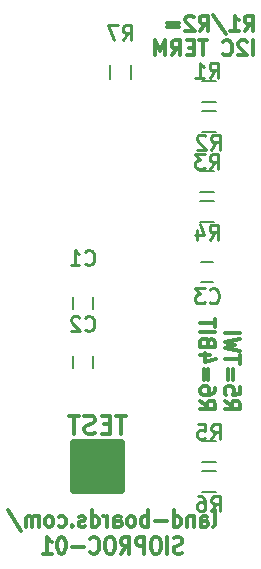
<source format=gbo>
G04 #@! TF.FileFunction,Legend,Bot*
%FSLAX46Y46*%
G04 Gerber Fmt 4.6, Leading zero omitted, Abs format (unit mm)*
G04 Created by KiCad (PCBNEW (after 2015-mar-04 BZR unknown)-product) date 11/11/2016 2:03:54 PM*
%MOMM*%
G01*
G04 APERTURE LIST*
%ADD10C,0.150000*%
%ADD11C,0.304800*%
%ADD12C,0.650000*%
%ADD13C,0.254000*%
G04 APERTURE END LIST*
D10*
D11*
X185788905Y-82718124D02*
X186212238Y-82113362D01*
X186514619Y-82718124D02*
X186514619Y-81448124D01*
X186030810Y-81448124D01*
X185909857Y-81508600D01*
X185849381Y-81569076D01*
X185788905Y-81690029D01*
X185788905Y-81871457D01*
X185849381Y-81992410D01*
X185909857Y-82052886D01*
X186030810Y-82113362D01*
X186514619Y-82113362D01*
X184579381Y-82718124D02*
X185305095Y-82718124D01*
X184942238Y-82718124D02*
X184942238Y-81448124D01*
X185063190Y-81629552D01*
X185184143Y-81750505D01*
X185305095Y-81810981D01*
X183127952Y-81387648D02*
X184216524Y-83020505D01*
X181978905Y-82718124D02*
X182402238Y-82113362D01*
X182704619Y-82718124D02*
X182704619Y-81448124D01*
X182220810Y-81448124D01*
X182099857Y-81508600D01*
X182039381Y-81569076D01*
X181978905Y-81690029D01*
X181978905Y-81871457D01*
X182039381Y-81992410D01*
X182099857Y-82052886D01*
X182220810Y-82113362D01*
X182704619Y-82113362D01*
X181495095Y-81569076D02*
X181434619Y-81508600D01*
X181313667Y-81448124D01*
X181011286Y-81448124D01*
X180890333Y-81508600D01*
X180829857Y-81569076D01*
X180769381Y-81690029D01*
X180769381Y-81810981D01*
X180829857Y-81992410D01*
X181555571Y-82718124D01*
X180769381Y-82718124D01*
X180225095Y-82052886D02*
X179257476Y-82052886D01*
X179257476Y-82415743D02*
X180225095Y-82415743D01*
X186514619Y-84800924D02*
X186514619Y-83530924D01*
X185970333Y-83651876D02*
X185909857Y-83591400D01*
X185788905Y-83530924D01*
X185486524Y-83530924D01*
X185365571Y-83591400D01*
X185305095Y-83651876D01*
X185244619Y-83772829D01*
X185244619Y-83893781D01*
X185305095Y-84075210D01*
X186030809Y-84800924D01*
X185244619Y-84800924D01*
X183974619Y-84679971D02*
X184035095Y-84740448D01*
X184216524Y-84800924D01*
X184337476Y-84800924D01*
X184518904Y-84740448D01*
X184639857Y-84619495D01*
X184700333Y-84498543D01*
X184760809Y-84256638D01*
X184760809Y-84075210D01*
X184700333Y-83833305D01*
X184639857Y-83712352D01*
X184518904Y-83591400D01*
X184337476Y-83530924D01*
X184216524Y-83530924D01*
X184035095Y-83591400D01*
X183974619Y-83651876D01*
X182644143Y-83530924D02*
X181918428Y-83530924D01*
X182281285Y-84800924D02*
X182281285Y-83530924D01*
X181495095Y-84135686D02*
X181071762Y-84135686D01*
X180890333Y-84800924D02*
X181495095Y-84800924D01*
X181495095Y-83530924D01*
X180890333Y-83530924D01*
X179620333Y-84800924D02*
X180043666Y-84196162D01*
X180346047Y-84800924D02*
X180346047Y-83530924D01*
X179862238Y-83530924D01*
X179741285Y-83591400D01*
X179680809Y-83651876D01*
X179620333Y-83772829D01*
X179620333Y-83954257D01*
X179680809Y-84075210D01*
X179741285Y-84135686D01*
X179862238Y-84196162D01*
X180346047Y-84196162D01*
X179076047Y-84800924D02*
X179076047Y-83530924D01*
X178652714Y-84438067D01*
X178229380Y-83530924D01*
X178229380Y-84800924D01*
X184108876Y-114033905D02*
X184713638Y-114457238D01*
X184108876Y-114759619D02*
X185378876Y-114759619D01*
X185378876Y-114275810D01*
X185318400Y-114154857D01*
X185257924Y-114094381D01*
X185136971Y-114033905D01*
X184955543Y-114033905D01*
X184834590Y-114094381D01*
X184774114Y-114154857D01*
X184713638Y-114275810D01*
X184713638Y-114759619D01*
X185378876Y-112884857D02*
X185378876Y-113489619D01*
X184774114Y-113550095D01*
X184834590Y-113489619D01*
X184895067Y-113368667D01*
X184895067Y-113066286D01*
X184834590Y-112945333D01*
X184774114Y-112884857D01*
X184653162Y-112824381D01*
X184350781Y-112824381D01*
X184229829Y-112884857D01*
X184169352Y-112945333D01*
X184108876Y-113066286D01*
X184108876Y-113368667D01*
X184169352Y-113489619D01*
X184229829Y-113550095D01*
X184774114Y-112280095D02*
X184774114Y-111312476D01*
X184411257Y-111312476D02*
X184411257Y-112280095D01*
X185378876Y-110889143D02*
X185378876Y-110163428D01*
X184108876Y-110526285D02*
X185378876Y-110526285D01*
X185378876Y-109861047D02*
X184108876Y-109558666D01*
X185016019Y-109316762D01*
X184108876Y-109074857D01*
X185378876Y-108772476D01*
X184108876Y-108288666D02*
X185378876Y-108288666D01*
X182026076Y-114033905D02*
X182630838Y-114457238D01*
X182026076Y-114759619D02*
X183296076Y-114759619D01*
X183296076Y-114275810D01*
X183235600Y-114154857D01*
X183175124Y-114094381D01*
X183054171Y-114033905D01*
X182872743Y-114033905D01*
X182751790Y-114094381D01*
X182691314Y-114154857D01*
X182630838Y-114275810D01*
X182630838Y-114759619D01*
X183296076Y-112945333D02*
X183296076Y-113187238D01*
X183235600Y-113308190D01*
X183175124Y-113368667D01*
X182993695Y-113489619D01*
X182751790Y-113550095D01*
X182267981Y-113550095D01*
X182147029Y-113489619D01*
X182086552Y-113429143D01*
X182026076Y-113308190D01*
X182026076Y-113066286D01*
X182086552Y-112945333D01*
X182147029Y-112884857D01*
X182267981Y-112824381D01*
X182570362Y-112824381D01*
X182691314Y-112884857D01*
X182751790Y-112945333D01*
X182812267Y-113066286D01*
X182812267Y-113308190D01*
X182751790Y-113429143D01*
X182691314Y-113489619D01*
X182570362Y-113550095D01*
X182691314Y-112280095D02*
X182691314Y-111312476D01*
X182328457Y-111312476D02*
X182328457Y-112280095D01*
X182872743Y-110163428D02*
X182026076Y-110163428D01*
X183356552Y-110465809D02*
X182449410Y-110768190D01*
X182449410Y-109982000D01*
X182691314Y-109074857D02*
X182630838Y-108893428D01*
X182570362Y-108832952D01*
X182449410Y-108772476D01*
X182267981Y-108772476D01*
X182147029Y-108832952D01*
X182086552Y-108893428D01*
X182026076Y-109014381D01*
X182026076Y-109498190D01*
X183296076Y-109498190D01*
X183296076Y-109074857D01*
X183235600Y-108953904D01*
X183175124Y-108893428D01*
X183054171Y-108832952D01*
X182933219Y-108832952D01*
X182812267Y-108893428D01*
X182751790Y-108953904D01*
X182691314Y-109074857D01*
X182691314Y-109498190D01*
X182026076Y-108228190D02*
X183296076Y-108228190D01*
X183296076Y-107804857D02*
X183296076Y-107079142D01*
X182026076Y-107441999D02*
X183296076Y-107441999D01*
X183121905Y-124723676D02*
X183242858Y-124657152D01*
X183303334Y-124524105D01*
X183303334Y-123326676D01*
X182093810Y-124723676D02*
X182093810Y-123991914D01*
X182154287Y-123858867D01*
X182275239Y-123792343D01*
X182517144Y-123792343D01*
X182638096Y-123858867D01*
X182093810Y-124657152D02*
X182214763Y-124723676D01*
X182517144Y-124723676D01*
X182638096Y-124657152D01*
X182698572Y-124524105D01*
X182698572Y-124391057D01*
X182638096Y-124258010D01*
X182517144Y-124191486D01*
X182214763Y-124191486D01*
X182093810Y-124124962D01*
X181489048Y-123792343D02*
X181489048Y-124723676D01*
X181489048Y-123925390D02*
X181428572Y-123858867D01*
X181307619Y-123792343D01*
X181126191Y-123792343D01*
X181005239Y-123858867D01*
X180944762Y-123991914D01*
X180944762Y-124723676D01*
X179795714Y-124723676D02*
X179795714Y-123326676D01*
X179795714Y-124657152D02*
X179916667Y-124723676D01*
X180158571Y-124723676D01*
X180279524Y-124657152D01*
X180340000Y-124590629D01*
X180400476Y-124457581D01*
X180400476Y-124058438D01*
X180340000Y-123925390D01*
X180279524Y-123858867D01*
X180158571Y-123792343D01*
X179916667Y-123792343D01*
X179795714Y-123858867D01*
X179190952Y-124191486D02*
X178223333Y-124191486D01*
X177618571Y-124723676D02*
X177618571Y-123326676D01*
X177618571Y-123858867D02*
X177497619Y-123792343D01*
X177255714Y-123792343D01*
X177134762Y-123858867D01*
X177074285Y-123925390D01*
X177013809Y-124058438D01*
X177013809Y-124457581D01*
X177074285Y-124590629D01*
X177134762Y-124657152D01*
X177255714Y-124723676D01*
X177497619Y-124723676D01*
X177618571Y-124657152D01*
X176288094Y-124723676D02*
X176409047Y-124657152D01*
X176469523Y-124590629D01*
X176529999Y-124457581D01*
X176529999Y-124058438D01*
X176469523Y-123925390D01*
X176409047Y-123858867D01*
X176288094Y-123792343D01*
X176106666Y-123792343D01*
X175985714Y-123858867D01*
X175925237Y-123925390D01*
X175864761Y-124058438D01*
X175864761Y-124457581D01*
X175925237Y-124590629D01*
X175985714Y-124657152D01*
X176106666Y-124723676D01*
X176288094Y-124723676D01*
X174776189Y-124723676D02*
X174776189Y-123991914D01*
X174836666Y-123858867D01*
X174957618Y-123792343D01*
X175199523Y-123792343D01*
X175320475Y-123858867D01*
X174776189Y-124657152D02*
X174897142Y-124723676D01*
X175199523Y-124723676D01*
X175320475Y-124657152D01*
X175380951Y-124524105D01*
X175380951Y-124391057D01*
X175320475Y-124258010D01*
X175199523Y-124191486D01*
X174897142Y-124191486D01*
X174776189Y-124124962D01*
X174171427Y-124723676D02*
X174171427Y-123792343D01*
X174171427Y-124058438D02*
X174110951Y-123925390D01*
X174050475Y-123858867D01*
X173929522Y-123792343D01*
X173808570Y-123792343D01*
X172840951Y-124723676D02*
X172840951Y-123326676D01*
X172840951Y-124657152D02*
X172961904Y-124723676D01*
X173203808Y-124723676D01*
X173324761Y-124657152D01*
X173385237Y-124590629D01*
X173445713Y-124457581D01*
X173445713Y-124058438D01*
X173385237Y-123925390D01*
X173324761Y-123858867D01*
X173203808Y-123792343D01*
X172961904Y-123792343D01*
X172840951Y-123858867D01*
X172296665Y-124657152D02*
X172175713Y-124723676D01*
X171933808Y-124723676D01*
X171812856Y-124657152D01*
X171752380Y-124524105D01*
X171752380Y-124457581D01*
X171812856Y-124324533D01*
X171933808Y-124258010D01*
X172115237Y-124258010D01*
X172236189Y-124191486D01*
X172296665Y-124058438D01*
X172296665Y-123991914D01*
X172236189Y-123858867D01*
X172115237Y-123792343D01*
X171933808Y-123792343D01*
X171812856Y-123858867D01*
X171208094Y-124590629D02*
X171147618Y-124657152D01*
X171208094Y-124723676D01*
X171268570Y-124657152D01*
X171208094Y-124590629D01*
X171208094Y-124723676D01*
X170059046Y-124657152D02*
X170179999Y-124723676D01*
X170421903Y-124723676D01*
X170542856Y-124657152D01*
X170603332Y-124590629D01*
X170663808Y-124457581D01*
X170663808Y-124058438D01*
X170603332Y-123925390D01*
X170542856Y-123858867D01*
X170421903Y-123792343D01*
X170179999Y-123792343D01*
X170059046Y-123858867D01*
X169333332Y-124723676D02*
X169454285Y-124657152D01*
X169514761Y-124590629D01*
X169575237Y-124457581D01*
X169575237Y-124058438D01*
X169514761Y-123925390D01*
X169454285Y-123858867D01*
X169333332Y-123792343D01*
X169151904Y-123792343D01*
X169030952Y-123858867D01*
X168970475Y-123925390D01*
X168909999Y-124058438D01*
X168909999Y-124457581D01*
X168970475Y-124590629D01*
X169030952Y-124657152D01*
X169151904Y-124723676D01*
X169333332Y-124723676D01*
X168365713Y-124723676D02*
X168365713Y-123792343D01*
X168365713Y-123925390D02*
X168305237Y-123858867D01*
X168184284Y-123792343D01*
X168002856Y-123792343D01*
X167881904Y-123858867D01*
X167821427Y-123991914D01*
X167821427Y-124723676D01*
X167821427Y-123991914D02*
X167760951Y-123858867D01*
X167639999Y-123792343D01*
X167458570Y-123792343D01*
X167337618Y-123858867D01*
X167277142Y-123991914D01*
X167277142Y-124723676D01*
X165765237Y-123260152D02*
X166853809Y-125056295D01*
X180521428Y-126917752D02*
X180340000Y-126984276D01*
X180037619Y-126984276D01*
X179916666Y-126917752D01*
X179856190Y-126851229D01*
X179795714Y-126718181D01*
X179795714Y-126585133D01*
X179856190Y-126452086D01*
X179916666Y-126385562D01*
X180037619Y-126319038D01*
X180279523Y-126252514D01*
X180400476Y-126185990D01*
X180460952Y-126119467D01*
X180521428Y-125986419D01*
X180521428Y-125853371D01*
X180460952Y-125720324D01*
X180400476Y-125653800D01*
X180279523Y-125587276D01*
X179977143Y-125587276D01*
X179795714Y-125653800D01*
X179251428Y-126984276D02*
X179251428Y-125587276D01*
X178404761Y-125587276D02*
X178162857Y-125587276D01*
X178041904Y-125653800D01*
X177920952Y-125786848D01*
X177860476Y-126052943D01*
X177860476Y-126518610D01*
X177920952Y-126784705D01*
X178041904Y-126917752D01*
X178162857Y-126984276D01*
X178404761Y-126984276D01*
X178525714Y-126917752D01*
X178646666Y-126784705D01*
X178707142Y-126518610D01*
X178707142Y-126052943D01*
X178646666Y-125786848D01*
X178525714Y-125653800D01*
X178404761Y-125587276D01*
X177316190Y-126984276D02*
X177316190Y-125587276D01*
X176832381Y-125587276D01*
X176711428Y-125653800D01*
X176650952Y-125720324D01*
X176590476Y-125853371D01*
X176590476Y-126052943D01*
X176650952Y-126185990D01*
X176711428Y-126252514D01*
X176832381Y-126319038D01*
X177316190Y-126319038D01*
X175320476Y-126984276D02*
X175743809Y-126319038D01*
X176046190Y-126984276D02*
X176046190Y-125587276D01*
X175562381Y-125587276D01*
X175441428Y-125653800D01*
X175380952Y-125720324D01*
X175320476Y-125853371D01*
X175320476Y-126052943D01*
X175380952Y-126185990D01*
X175441428Y-126252514D01*
X175562381Y-126319038D01*
X176046190Y-126319038D01*
X174534285Y-125587276D02*
X174292381Y-125587276D01*
X174171428Y-125653800D01*
X174050476Y-125786848D01*
X173990000Y-126052943D01*
X173990000Y-126518610D01*
X174050476Y-126784705D01*
X174171428Y-126917752D01*
X174292381Y-126984276D01*
X174534285Y-126984276D01*
X174655238Y-126917752D01*
X174776190Y-126784705D01*
X174836666Y-126518610D01*
X174836666Y-126052943D01*
X174776190Y-125786848D01*
X174655238Y-125653800D01*
X174534285Y-125587276D01*
X172720000Y-126851229D02*
X172780476Y-126917752D01*
X172961905Y-126984276D01*
X173082857Y-126984276D01*
X173264285Y-126917752D01*
X173385238Y-126784705D01*
X173445714Y-126651657D01*
X173506190Y-126385562D01*
X173506190Y-126185990D01*
X173445714Y-125919895D01*
X173385238Y-125786848D01*
X173264285Y-125653800D01*
X173082857Y-125587276D01*
X172961905Y-125587276D01*
X172780476Y-125653800D01*
X172720000Y-125720324D01*
X172175714Y-126452086D02*
X171208095Y-126452086D01*
X170361428Y-125587276D02*
X170240476Y-125587276D01*
X170119524Y-125653800D01*
X170059047Y-125720324D01*
X169998571Y-125853371D01*
X169938095Y-126119467D01*
X169938095Y-126452086D01*
X169998571Y-126718181D01*
X170059047Y-126851229D01*
X170119524Y-126917752D01*
X170240476Y-126984276D01*
X170361428Y-126984276D01*
X170482381Y-126917752D01*
X170542857Y-126851229D01*
X170603333Y-126718181D01*
X170663809Y-126452086D01*
X170663809Y-126119467D01*
X170603333Y-125853371D01*
X170542857Y-125720324D01*
X170482381Y-125653800D01*
X170361428Y-125587276D01*
X168728571Y-126984276D02*
X169454285Y-126984276D01*
X169091428Y-126984276D02*
X169091428Y-125587276D01*
X169212380Y-125786848D01*
X169333333Y-125919895D01*
X169454285Y-125986419D01*
D10*
X172935000Y-105291000D02*
X172935000Y-106291000D01*
X171235000Y-106291000D02*
X171235000Y-105291000D01*
X172935000Y-110244000D02*
X172935000Y-111244000D01*
X171235000Y-111244000D02*
X171235000Y-110244000D01*
X182026000Y-98919000D02*
X183226000Y-98919000D01*
X183226000Y-97169000D02*
X182026000Y-97169000D01*
X182026000Y-96379000D02*
X183226000Y-96379000D01*
X183226000Y-94629000D02*
X182026000Y-94629000D01*
X183353000Y-117489000D02*
X182153000Y-117489000D01*
X182153000Y-119239000D02*
X183353000Y-119239000D01*
X183353000Y-120029000D02*
X182153000Y-120029000D01*
X182153000Y-121779000D02*
X183353000Y-121779000D01*
X182153000Y-91299000D02*
X183353000Y-91299000D01*
X183353000Y-89549000D02*
X182153000Y-89549000D01*
X183353000Y-87009000D02*
X182153000Y-87009000D01*
X182153000Y-88759000D02*
X183353000Y-88759000D01*
X183126000Y-103974000D02*
X182126000Y-103974000D01*
X182126000Y-102274000D02*
X183126000Y-102274000D01*
X174385000Y-85633000D02*
X174385000Y-86833000D01*
X176135000Y-86833000D02*
X176135000Y-85633000D01*
D12*
X171355000Y-117634000D02*
X175355000Y-117634000D01*
X175355000Y-117634000D02*
X175355000Y-121634000D01*
X175355000Y-121634000D02*
X171355000Y-121634000D01*
X171355000Y-121634000D02*
X171355000Y-117634000D01*
X171355000Y-117634000D02*
X171355000Y-118134000D01*
X171355000Y-118134000D02*
X175355000Y-118134000D01*
X175355000Y-118134000D02*
X175355000Y-118634000D01*
X175355000Y-118634000D02*
X171355000Y-118634000D01*
X171355000Y-118634000D02*
X171355000Y-119134000D01*
X171355000Y-119134000D02*
X175355000Y-119134000D01*
X175355000Y-119134000D02*
X175355000Y-119634000D01*
X175355000Y-119634000D02*
X171355000Y-119634000D01*
X171355000Y-119634000D02*
X171355000Y-120134000D01*
X171355000Y-120134000D02*
X174855000Y-120134000D01*
X174855000Y-120134000D02*
X175355000Y-120134000D01*
X175355000Y-120134000D02*
X175355000Y-120634000D01*
X175355000Y-120634000D02*
X171355000Y-120634000D01*
X171355000Y-120634000D02*
X171355000Y-121134000D01*
X171355000Y-121134000D02*
X175355000Y-121134000D01*
D13*
X172296667Y-102434571D02*
X172357143Y-102495048D01*
X172538572Y-102555524D01*
X172659524Y-102555524D01*
X172840952Y-102495048D01*
X172961905Y-102374095D01*
X173022381Y-102253143D01*
X173082857Y-102011238D01*
X173082857Y-101829810D01*
X173022381Y-101587905D01*
X172961905Y-101466952D01*
X172840952Y-101346000D01*
X172659524Y-101285524D01*
X172538572Y-101285524D01*
X172357143Y-101346000D01*
X172296667Y-101406476D01*
X171087143Y-102555524D02*
X171812857Y-102555524D01*
X171450000Y-102555524D02*
X171450000Y-101285524D01*
X171570952Y-101466952D01*
X171691905Y-101587905D01*
X171812857Y-101648381D01*
X172296667Y-108022571D02*
X172357143Y-108083048D01*
X172538572Y-108143524D01*
X172659524Y-108143524D01*
X172840952Y-108083048D01*
X172961905Y-107962095D01*
X173022381Y-107841143D01*
X173082857Y-107599238D01*
X173082857Y-107417810D01*
X173022381Y-107175905D01*
X172961905Y-107054952D01*
X172840952Y-106934000D01*
X172659524Y-106873524D01*
X172538572Y-106873524D01*
X172357143Y-106934000D01*
X172296667Y-106994476D01*
X171812857Y-106994476D02*
X171752381Y-106934000D01*
X171631429Y-106873524D01*
X171329048Y-106873524D01*
X171208095Y-106934000D01*
X171147619Y-106994476D01*
X171087143Y-107115429D01*
X171087143Y-107236381D01*
X171147619Y-107417810D01*
X171873333Y-108143524D01*
X171087143Y-108143524D01*
X182837667Y-100396524D02*
X183261000Y-99791762D01*
X183563381Y-100396524D02*
X183563381Y-99126524D01*
X183079572Y-99126524D01*
X182958619Y-99187000D01*
X182898143Y-99247476D01*
X182837667Y-99368429D01*
X182837667Y-99549857D01*
X182898143Y-99670810D01*
X182958619Y-99731286D01*
X183079572Y-99791762D01*
X183563381Y-99791762D01*
X181749095Y-99549857D02*
X181749095Y-100396524D01*
X182051476Y-99066048D02*
X182353857Y-99973190D01*
X181567667Y-99973190D01*
X182837667Y-94427524D02*
X183261000Y-93822762D01*
X183563381Y-94427524D02*
X183563381Y-93157524D01*
X183079572Y-93157524D01*
X182958619Y-93218000D01*
X182898143Y-93278476D01*
X182837667Y-93399429D01*
X182837667Y-93580857D01*
X182898143Y-93701810D01*
X182958619Y-93762286D01*
X183079572Y-93822762D01*
X183563381Y-93822762D01*
X182414333Y-93157524D02*
X181628143Y-93157524D01*
X182051476Y-93641333D01*
X181870048Y-93641333D01*
X181749095Y-93701810D01*
X181688619Y-93762286D01*
X181628143Y-93883238D01*
X181628143Y-94185619D01*
X181688619Y-94306571D01*
X181749095Y-94367048D01*
X181870048Y-94427524D01*
X182232905Y-94427524D01*
X182353857Y-94367048D01*
X182414333Y-94306571D01*
X182964667Y-117287524D02*
X183388000Y-116682762D01*
X183690381Y-117287524D02*
X183690381Y-116017524D01*
X183206572Y-116017524D01*
X183085619Y-116078000D01*
X183025143Y-116138476D01*
X182964667Y-116259429D01*
X182964667Y-116440857D01*
X183025143Y-116561810D01*
X183085619Y-116622286D01*
X183206572Y-116682762D01*
X183690381Y-116682762D01*
X181815619Y-116017524D02*
X182420381Y-116017524D01*
X182480857Y-116622286D01*
X182420381Y-116561810D01*
X182299429Y-116501333D01*
X181997048Y-116501333D01*
X181876095Y-116561810D01*
X181815619Y-116622286D01*
X181755143Y-116743238D01*
X181755143Y-117045619D01*
X181815619Y-117166571D01*
X181876095Y-117227048D01*
X181997048Y-117287524D01*
X182299429Y-117287524D01*
X182420381Y-117227048D01*
X182480857Y-117166571D01*
X182964667Y-123383524D02*
X183388000Y-122778762D01*
X183690381Y-123383524D02*
X183690381Y-122113524D01*
X183206572Y-122113524D01*
X183085619Y-122174000D01*
X183025143Y-122234476D01*
X182964667Y-122355429D01*
X182964667Y-122536857D01*
X183025143Y-122657810D01*
X183085619Y-122718286D01*
X183206572Y-122778762D01*
X183690381Y-122778762D01*
X181876095Y-122113524D02*
X182118000Y-122113524D01*
X182238952Y-122174000D01*
X182299429Y-122234476D01*
X182420381Y-122415905D01*
X182480857Y-122657810D01*
X182480857Y-123141619D01*
X182420381Y-123262571D01*
X182359905Y-123323048D01*
X182238952Y-123383524D01*
X181997048Y-123383524D01*
X181876095Y-123323048D01*
X181815619Y-123262571D01*
X181755143Y-123141619D01*
X181755143Y-122839238D01*
X181815619Y-122718286D01*
X181876095Y-122657810D01*
X181997048Y-122597333D01*
X182238952Y-122597333D01*
X182359905Y-122657810D01*
X182420381Y-122718286D01*
X182480857Y-122839238D01*
X182964667Y-92776524D02*
X183388000Y-92171762D01*
X183690381Y-92776524D02*
X183690381Y-91506524D01*
X183206572Y-91506524D01*
X183085619Y-91567000D01*
X183025143Y-91627476D01*
X182964667Y-91748429D01*
X182964667Y-91929857D01*
X183025143Y-92050810D01*
X183085619Y-92111286D01*
X183206572Y-92171762D01*
X183690381Y-92171762D01*
X182480857Y-91627476D02*
X182420381Y-91567000D01*
X182299429Y-91506524D01*
X181997048Y-91506524D01*
X181876095Y-91567000D01*
X181815619Y-91627476D01*
X181755143Y-91748429D01*
X181755143Y-91869381D01*
X181815619Y-92050810D01*
X182541333Y-92776524D01*
X181755143Y-92776524D01*
X182837667Y-86680524D02*
X183261000Y-86075762D01*
X183563381Y-86680524D02*
X183563381Y-85410524D01*
X183079572Y-85410524D01*
X182958619Y-85471000D01*
X182898143Y-85531476D01*
X182837667Y-85652429D01*
X182837667Y-85833857D01*
X182898143Y-85954810D01*
X182958619Y-86015286D01*
X183079572Y-86075762D01*
X183563381Y-86075762D01*
X181628143Y-86680524D02*
X182353857Y-86680524D01*
X181991000Y-86680524D02*
X181991000Y-85410524D01*
X182111952Y-85591952D01*
X182232905Y-85712905D01*
X182353857Y-85773381D01*
X182837667Y-105677571D02*
X182898143Y-105738048D01*
X183079572Y-105798524D01*
X183200524Y-105798524D01*
X183381952Y-105738048D01*
X183502905Y-105617095D01*
X183563381Y-105496143D01*
X183623857Y-105254238D01*
X183623857Y-105072810D01*
X183563381Y-104830905D01*
X183502905Y-104709952D01*
X183381952Y-104589000D01*
X183200524Y-104528524D01*
X183079572Y-104528524D01*
X182898143Y-104589000D01*
X182837667Y-104649476D01*
X182414333Y-104528524D02*
X181628143Y-104528524D01*
X182051476Y-105012333D01*
X181870048Y-105012333D01*
X181749095Y-105072810D01*
X181688619Y-105133286D01*
X181628143Y-105254238D01*
X181628143Y-105556619D01*
X181688619Y-105677571D01*
X181749095Y-105738048D01*
X181870048Y-105798524D01*
X182232905Y-105798524D01*
X182353857Y-105738048D01*
X182414333Y-105677571D01*
X175471667Y-83505524D02*
X175895000Y-82900762D01*
X176197381Y-83505524D02*
X176197381Y-82235524D01*
X175713572Y-82235524D01*
X175592619Y-82296000D01*
X175532143Y-82356476D01*
X175471667Y-82477429D01*
X175471667Y-82658857D01*
X175532143Y-82779810D01*
X175592619Y-82840286D01*
X175713572Y-82900762D01*
X176197381Y-82900762D01*
X175048333Y-82235524D02*
X174201667Y-82235524D01*
X174745952Y-83505524D01*
D11*
X175786143Y-115299429D02*
X174915286Y-115299429D01*
X175350715Y-116823429D02*
X175350715Y-115299429D01*
X174407286Y-116025143D02*
X173899286Y-116025143D01*
X173681572Y-116823429D02*
X174407286Y-116823429D01*
X174407286Y-115299429D01*
X173681572Y-115299429D01*
X173101000Y-116750857D02*
X172883286Y-116823429D01*
X172520429Y-116823429D01*
X172375286Y-116750857D01*
X172302715Y-116678286D01*
X172230143Y-116533143D01*
X172230143Y-116388000D01*
X172302715Y-116242857D01*
X172375286Y-116170286D01*
X172520429Y-116097714D01*
X172810715Y-116025143D01*
X172955857Y-115952571D01*
X173028429Y-115880000D01*
X173101000Y-115734857D01*
X173101000Y-115589714D01*
X173028429Y-115444571D01*
X172955857Y-115372000D01*
X172810715Y-115299429D01*
X172447857Y-115299429D01*
X172230143Y-115372000D01*
X171794714Y-115299429D02*
X170923857Y-115299429D01*
X171359286Y-116823429D02*
X171359286Y-115299429D01*
M02*

</source>
